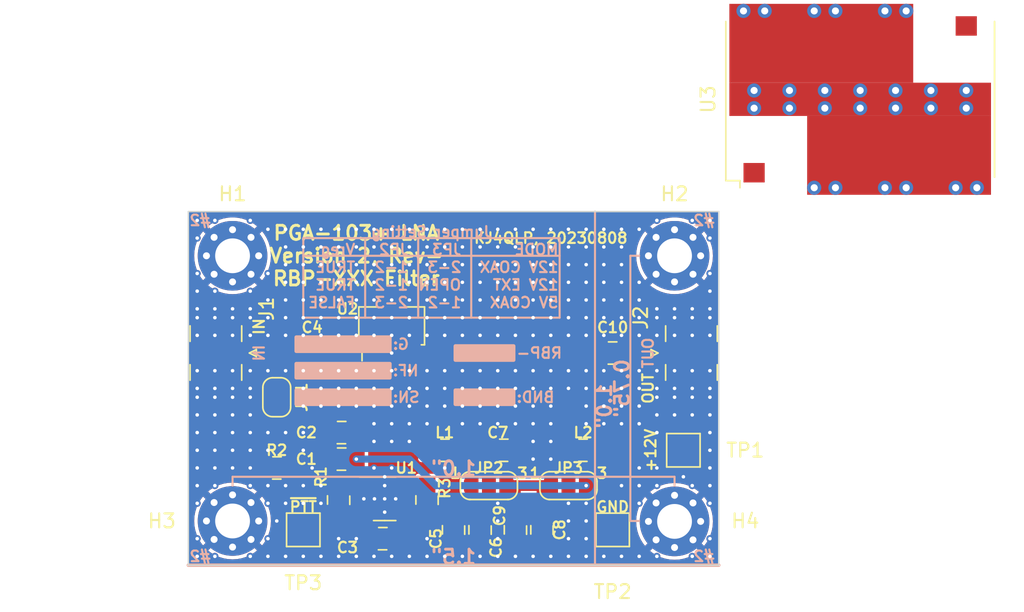
<source format=kicad_pcb>
(kicad_pcb (version 20221018) (generator pcbnew)
  (title_block (title "PGA-103+ Preamplifier, Version 1") (date "2023-08-08") (rev "-") (company "VTGS, GSN-DSA") (comment 1 "Preamplifier for VHF/UHF Satellite Rx") (comment 2 "Minicircuits RBP-XXX Variant") (comment 3 "creativecommons.org/licenses/by/4.0/") (comment 4 "License: CC BY 4.0") (comment 5 "Author: Zach Leffke, KJ4QLP"))
  (layers (0 "F.Cu" signal) (31 "B.Cu" signal) (34 "B.Paste" user) (35 "F.Paste" user) (36 "B.SilkS" user "B.Silkscreen") (37 "F.SilkS" user "F.Silkscreen") (38 "B.Mask" user) (39 "F.Mask" user) (44 "Edge.Cuts" user))
  (net 0 "")
  (net 1 "+12V")
  (net 2 "GND")
  (net 3 "Net-(U1-BP)")
  (net 4 "Net-(C4-Pad2)")
  (net 5 "Net-(J1-In)")
  (net 6 "+5V")
  (net 7 "Net-(JP1-B)")
  (net 8 "Net-(J2-In)")
  (net 9 "Net-(U3-OUT)")
  (net 10 "Net-(JP2-C)")
  (net 11 "Net-(U1-EN)")
  (net 12 "Net-(U1-OUT)")
  (net 13 "Net-(JP2-B)")
  (net 14 "Net-(JP3-C)")
  (net 15 "Net-(U3-IN)")
  (footprint "Jumper:SolderJumper-2_P1.3mm_Open_RoundedPad1.0x1.5mm" (layer "F.Cu") (at 101.6 114.935 -90)
    (fp_text reference "JP1")
    (fp_text value "SJO")
  )
  (footprint "digikey-footprints:0805" (layer "F.Cu") (at 118.745 124.46 90)
    (fp_text reference "C9")
    (fp_text value "0.1uF")
  )
  (footprint "digikey-footprints:0805" (layer "F.Cu") (at 106.045 122.335 -90)
    (fp_text reference "R1")
    (fp_text value "100k")
  )
  (footprint "digikey-footprints:0805" (layer "F.Cu") (at 120.65 124.46 90)
    (fp_text reference "C8")
    (fp_text value "1uF")
  )
  (footprint "digikey-footprints:0805" (layer "F.Cu") (at 106.265 119.38)
    (fp_text reference "C1")
    (fp_text value "1uF")
  )
  (footprint "Jumper:SolderJumper-3_P1.3mm_Open_RoundedPad1.0x1.5mm_NumberLabels" (layer "F.Cu") (at 122.555 121.285)
    (fp_text reference "JP3")
    (fp_text value "bias-tee")
  )
  (footprint "digikey-footprints:0805" (layer "F.Cu") (at 104.14 111.76)
    (fp_text reference "C4")
    (fp_text value "18pF")
  )
  (footprint "MountingHole:MountingHole_2.5mm_Pad_Via" (layer "F.Cu") (at 130.175 104.775)
    (fp_text reference "H2")
    (fp_text value "Hole")
  )
  (footprint "digikey-footprints:0805" (layer "F.Cu") (at 116.205 124.46 90)
    (fp_text reference "C6")
    (fp_text value "0.1uF")
  )
  (footprint "TestPoint:TestPoint_Pad_2.0x2.0mm" (layer "F.Cu") (at 130.81 118.745)
    (fp_text reference "TP1")
    (fp_text value "+12V")
  )
  (footprint "Jumper:SolderJumper-3_P1.3mm_Open_RoundedPad1.0x1.5mm_NumberLabels" (layer "F.Cu") (at 116.84 121.285)
    (fp_text reference "JP2")
    (fp_text value "bias-tee")
  )
  (footprint "Connector_Coaxial:SMA_Samtec_SMA-J-P-X-ST-EM1_EdgeMount" (layer "F.Cu") (at 131.245 111.76 90)
    (fp_text reference "J2")
    (fp_text value "RF_OUT")
  )
  (footprint "Connector_Coaxial:SMA_Samtec_SMA-J-P-X-ST-EM1_EdgeMount" (layer "F.Cu") (at 97.3725 111.76 -90)
    (fp_text reference "J1")
    (fp_text value "RF_IN")
  )
  (footprint "digikey-footprints:0805" (layer "F.Cu") (at 106.265 117.475)
    (fp_text reference "C2")
    (fp_text value "0.1uF")
  )
  (footprint "MountingHole:MountingHole_2.5mm_Pad_Via" (layer "F.Cu") (at 130.175 123.855)
    (fp_text reference "H4")
    (fp_text value "Hole")
  )
  (footprint "digikey-footprints:0805" (layer "F.Cu") (at 125.73 111.76)
    (fp_text reference "C10")
    (fp_text value "18pF")
  )
  (footprint "digikey-footprints:0805" (layer "F.Cu") (at 109.22 125.095)
    (fp_text reference "C3")
    (fp_text value "0.1uF")
  )
  (footprint "digikey-footprints:0805" (layer "F.Cu") (at 113.665 118.745 180)
    (fp_text reference "L1")
    (fp_text value "56nH")
  )
  (footprint "RF_Mini-Circuits:Mini-Circuits_HF1139_LandPatternPL-230" (layer "F.Cu") (at 143.51 93.5355 90)
    (fp_text reference "U3")
    (fp_text value "SXBP-140")
  )
  (footprint "MountingHole:MountingHole_2.5mm_Pad_Via" (layer "F.Cu") (at 98.425 104.775)
    (fp_text reference "H1")
    (fp_text value "Hole")
  )
  (footprint "MountingHole:MountingHole_2.5mm_Pad_Via" (layer "F.Cu") (at 98.425 123.825)
    (fp_text reference "H3")
    (fp_text value "Hole")
  )
  (footprint "digikey-footprints:0805" (layer "F.Cu") (at 114.3 124.46 90)
    (fp_text reference "C5")
    (fp_text value "10uF")
  )
  (footprint "digikey-footprints:0805" (layer "F.Cu") (at 123.605 118.745)
    (fp_text reference "L2")
    (fp_text value "470uH")
  )
  (footprint "digikey-footprints:0805" (layer "F.Cu") (at 112.395 122.335 -90)
    (fp_text reference "R3")
    (fp_text value "0")
  )
  (footprint "Package_TO_SOT_SMD:SOT-23-5" (layer "F.Cu") (at 109.3525 122.235)
    (fp_text reference "U1")
    (fp_text value "SPX3819M5-L-5-0")
  )
  (footprint "digikey-footprints:0805" (layer "F.Cu") (at 101.6 120.015 180)
    (fp_text reference "R2")
    (fp_text value "DNP")
  )
  (footprint "TestPoint:TestPoint_Pad_2.0x2.0mm" (layer "F.Cu") (at 103.505 124.46)
    (fp_text reference "TP3")
    (fp_text value "PTT")
  )
  (footprint "TestPoint:TestPoint_Pad_2.0x2.0mm" (layer "F.Cu") (at 125.73 124.46)
    (fp_text reference "TP2")
    (fp_text value "GND")
  )
  (footprint "Package_TO_SOT_SMD:SOT-89-3" (layer "F.Cu") (at 109.855 109.81 90)
    (fp_text reference "U2")
    (fp_text value "PGA-103")
  )
  (footprint "digikey-footprints:0805" (layer "F.Cu") (at 117.89 118.745 180)
    (fp_text reference "C7")
    (fp_text value "18pF")
  )
  (gr_line (start 103.505 103.505) (end 121.92 103.505) (stroke (width 0.15)) (layer "B.SilkS"))
  (gr_line (start 115.57 103.505) (end 115.57 109.22) (stroke (width 0.15)) (layer "B.SilkS"))
  (gr_line (start 121.92 104.775) (end 103.505 104.775) (stroke (width 0.15)) (layer "B.SilkS"))
  (gr_line (start 121.92 109.22) (end 103.505 109.22) (stroke (width 0.15)) (layer "B.SilkS"))
  (gr_line (start 127 123.825) (end 127.635 123.825) (stroke (width 0.15)) (layer "B.SilkS"))
  (gr_line (start 103.505 109.22) (end 103.505 103.505) (stroke (width 0.15)) (layer "B.SilkS"))
  (gr_line (start 127 104.775) (end 127 123.825) (stroke (width 0.15)) (layer "B.SilkS"))
  (gr_line (start 121.92 103.505) (end 121.92 109.22) (stroke (width 0.15)) (layer "B.SilkS"))
  (gr_line (start 95.25 127) (end 133.35 127) (stroke (width 0.254)) (layer "B.SilkS"))
  (gr_line (start 130.175 120.65) (end 130.175 121.285) (stroke (width 0.15)) (layer "B.SilkS"))
  (gr_line (start 98.425 120.65) (end 98.425 121.285) (stroke (width 0.15)) (layer "B.SilkS"))
  (gr_line (start 98.425 120.65) (end 130.175 120.65) (stroke (width 0.15)) (layer "B.SilkS"))
  (gr_line (start 127.635 104.775) (end 127 104.775) (stroke (width 0.15)) (layer "B.SilkS"))
  (gr_line (start 107.95 103.505) (end 107.95 109.22) (stroke (width 0.15)) (layer "B.SilkS"))
  (gr_line (start 124.46 101.6) (end 124.46 127) (stroke (width 0.15)) (layer "B.SilkS"))
  (gr_line (start 111.76 109.22) (end 111.76 103.505) (stroke (width 0.15)) (layer "B.SilkS"))
  (gr_line (start 133.35 101.6) (end 133.35 127) (stroke (width 0.1)) (layer "Edge.Cuts"))
  (gr_line (start 95.25 101.6) (end 133.35 101.6) (stroke (width 0.1)) (layer "Edge.Cuts"))
  (gr_line (start 95.25 127) (end 95.25 101.6) (stroke (width 0.1)) (layer "Edge.Cuts"))
  (gr_line (start 133.35 127) (end 95.25 127) (stroke (width 0.1)) (layer "Edge.Cuts"))
  (gr_text "TRUE" (at 107.315 106.045) (layer "B.SilkS") (effects (font (size 0.762 0.762) (thickness 0.1524) bold) (justify left bottom mirror)))
  (gr_text "1-2" (at 114.935 108.585) (layer "B.SilkS") (effects (font (size 0.762 0.762) (thickness 0.1524) bold) (justify left bottom mirror)))
  (gr_text "IN" (at 100.33 111.76 90) (layer "B.SilkS") (effects (font (size 0.762 0.762) (thickness 0.1524) bold) (justify mirror)))
  (gr_text "5V COAX" (at 121.92 108.585) (layer "B.SilkS") (effects (font (size 0.762 0.762) (thickness 0.1524) bold) (justify left bottom mirror)))
  (gr_text "1-2" (at 111.125 106.045) (layer "B.SilkS") (effects (font (size 0.762 0.762) (thickness 0.1524) bold) (justify left bottom mirror)))
  (gr_text "2-3" (at 111.125 108.585) (layer "B.SilkS") (effects (font (size 0.762 0.762) (thickness 0.1524) bold) (justify left bottom mirror)))
  (gr_text "Jumper Setting" (at 112.7125 103.505) (layer "B.SilkS") (effects (font (size 0.762 0.762) (thickness 0.1524) bold) (justify bottom mirror)))
  (gr_text "BND:" (at 118.745 114.935) (layer "B.SilkS") (effects (font (size 0.762 0.762) (thickness 0.1524) bold) (justify right mirror)))
  (gr_text "G:" (at 109.855 111.125) (layer "B.SilkS") (effects (font (size 0.762 0.762) (thickness 0.1524) bold) (justify right mirror)))
  (gr_text "JP2" (at 111.125 104.775) (layer "B.SilkS") (effects (font (size 0.762 0.762) (thickness 0.1524) bold) (justify left bottom mirror)))
  (gr_text "0.75{dblquote}" (at 127 114.3 90) (layer "B.SilkS") (effects (font (size 1.016 1.016) (thickness 0.2032) bold) (justify bottom mirror)))
  (gr_text "SN:" (at 109.855 114.935) (layer "B.SilkS") (effects (font (size 0.762 0.762) (thickness 0.1524) bold) (justify right mirror)))
  (gr_text "FALSE" (at 107.315 108.585) (layer "B.SilkS") (effects (font (size 0.762 0.762) (thickness 0.1524) bold) (justify left bottom mirror)))
  (gr_text "1.0{dblquote}" (at 114.3 120.65) (layer "B.SilkS") (effects (font (size 1.016 1.016) (thickness 0.2032) bold) (justify bottom mirror)))
  (gr_text "1.0{dblquote}" (at 125.73 115.57 90) (layer "B.SilkS") (effects (font (size 1.016 1.016) (thickness 0.2032) bold) (justify bottom mirror)))
  (gr_text "MODE" (at 121.92 104.775) (layer "B.SilkS") (effects (font (size 0.762 0.762) (thickness 0.1524) bold) (justify left bottom mirror)))
  (gr_text "1.5{dblquote}" (at 114.3 127) (layer "B.SilkS") (effects (font (size 1.016 1.016) (thickness 0.2032) bold) (justify bottom mirror)))
  (gr_text "12V COAX" (at 121.92 106.045) (layer "B.SilkS") (effects (font (size 0.762 0.762) (thickness 0.1524) bold) (justify left bottom mirror)))
  (gr_text "Vreg" (at 107.315 104.775) (layer "B.SilkS") (effects (font (size 0.762 0.762) (thickness 0.1524) bold) (justify left bottom mirror)))
  (gr_text "NF:" (at 109.855 113.03) (layer "B.SilkS") (effects (font (size 0.762 0.762) (thickness 0.1524) bold) (justify right mirror)))
  (gr_text "#2" (at 131.445 126.365) (layer "B.SilkS") (effects (font (size 0.762 0.762) (thickness 0.1524) bold) (justify right mirror)))
  (gr_text "RBP-" (at 118.745 111.76) (layer "B.SilkS") (effects (font (size 0.762 0.762) (thickness 0.1524) bold) (justify right mirror)))
  (gr_text "#2" (at 95.25 102.235) (layer "B.SilkS") (effects (font (size 0.762 0.762) (thickness 0.1524) bold) (justify right mirror)))
  (gr_text "JP3" (at 114.935 104.775) (layer "B.SilkS") (effects (font (size 0.762 0.762) (thickness 0.1524) bold) (justify left bottom mirror)))
  (gr_text "#2" (at 95.25 126.365) (layer "B.SilkS") (effects (font (size 0.762 0.762) (thickness 0.1524) bold) (justify right mirror)))
  (gr_text "2-3" (at 114.935 106.045) (layer "B.SilkS") (effects (font (size 0.762 0.762) (thickness 0.1524) bold) (justify left bottom mirror)))
  (gr_text "#2" (at 131.445 102.235) (layer "B.SilkS") (effects (font (size 0.762 0.762) (thickness 0.1524) bold) (justify right mirror)))
  (gr_text "OUT" (at 128.27 111.76 90) (layer "B.SilkS") (effects (font (size 0.762 0.762) (thickness 0.1524) bold) (justify mirror)))
  (gr_text "12V EXT" (at 121.92 107.315) (layer "B.SilkS") (effects (font (size 0.762 0.762) (thickness 0.1524) bold) (justify left bottom mirror)))
  (gr_text "OPEN" (at 114.935 107.315) (layer "B.SilkS") (effects (font (size 0.762 0.762) (thickness 0.1524) bold) (justify left bottom mirror)))
  (gr_text "1-2" (at 111.125 107.315) (layer "B.SilkS") (effects (font (size 0.762 0.762) (thickness 0.1524) bold) (justify left bottom mirror)))
  (gr_text "TRUE" (at 107.315 107.315) (layer "B.SilkS") (effects (font (size 0.762 0.762) (thickness 0.1524) bold) (justify left bottom mirror)))
  (gr_text "IN" (at 100.33 109.855 90) (layer "F.SilkS") (effects (font (size 0.762 0.762) (thickness 0.1524) bold)))
  (gr_text "+12V" (at 128.905 118.745 90) (layer "F.SilkS") (effects (font (size 0.762 0.762) (thickness 0.1524) bold) (justify bottom)))
  (gr_text "GND" (at 125.73 123.26) (layer "F.SilkS") (effects (font (size 0.762 0.762) (thickness 0.1524) bold) (justify bottom)))
  (gr_text "KJ4QLP, 20230808" (at 121.285 103.505) (layer "F.SilkS") (effects (font (size 0.762 0.762) (thickness 0.1524) bold)))
  (gr_text "~{PTT}" (at 103.505 123.26) (layer "F.SilkS") (effects (font (size 0.762 0.762) (thickness 0.1524) bold) (justify bottom)))
  (gr_text "PGA-103+ LNA\nVersion 2, Rev-\nRBP-XXX Filter" (at 107.315 104.775) (layer "F.SilkS") (effects (font (size 1.016 1.016) (thickness 0.2032) bold)))
  (gr_text "OUT" (at 128.27 114.3 90) (layer "F.SilkS") (effects (font (size 0.762 0.762) (thickness 0.1524) bold)))
  (segment (start 127.635 118.745) (end 130.81 118.745) (width 0.762) (layer "F.Cu") (net 1))
  (segment (start 123.855 121.285) (end 125.095 121.285) (width 0.762) (layer "F.Cu") (net 1))
  (segment (start 108.215 121.285) (end 107.315 121.285) (width 0.508) (layer "F.Cu") (net 1))
  (segment (start 107.315 117.475) (end 107.315 119.38) (width 0.762) (layer "F.Cu") (net 1))
  (segment (start 125.095 121.285) (end 127.635 118.745) (width 0.762) (layer "F.Cu") (net 1))
  (segment (start 107.315 121.285) (end 106.045 121.285) (width 0.508) (layer "F.Cu") (net 1))
  (segment (start 107.315 119.38) (end 107.315 121.285) (width 0.508) (layer "F.Cu") (net 1))
  (via (at 123.825 121.285) (size 0.508) (drill 0.254) (layers "F.Cu" "B.Cu") (net 1))
  (via (at 107.315 119.38) (size 0.508) (drill 0.254) (layers "F.Cu" "B.Cu") (net 1))
  (segment (start 107.315 119.38) (end 111.125 119.38) (width 0.508) (layer "B.Cu") (net 1))
  (segment (start 113.03 121.285) (end 123.825 121.285) (width 0.508) (layer "B.Cu") (net 1))
  (segment (start 111.125 119.38) (end 113.03 121.285) (width 0.508) (layer "B.Cu") (net 1))
  (via (at 116.205 114.3) (size 0.508) (drill 0.254) (layers "F.Cu" "B.Cu") (net 2))
  (via (at 113.665 114.3) (size 0.508) (drill 0.254) (layers "F.Cu" "B.Cu") (net 2))
  (via (at 120.015 102.87) (size 0.508) (drill 0.254) (layers "F.Cu" "B.Cu") (net 2))
  (via (at 127.635 120.015) (size 0.508) (drill 0.254) (layers "F.Cu" "B.Cu") (net 2))
  (via (at 114.935 115.57) (size 0.508) (drill 0.254) (layers "F.Cu" "B.Cu") (net 2))
  (via (at 131.445 116.205) (size 0.508) (drill 0.254) (layers "F.Cu" "B.Cu") (net 2))
  (via (at 104.775 107.95) (size 0.508) (drill 0.254) (layers "F.Cu" "B.Cu") (net 2))
  (via (at 118.745 126.365) (size 0.508) (drill 0.254) (layers "F.Cu" "B.Cu") (net 2))
  (via (at 99.695 120.015) (size 0.508) (drill 0.254) (layers "F.Cu" "B.Cu") (net 2))
  (via (at 95.885 107.315) (size 0.508) (drill 0.254) (layers "F.Cu" "B.Cu") (net 2))
  (via (at 104.775 102.87) (size 0.508) (drill 0.254) (layers "F.Cu" "B.Cu") (net 2))
  (via (at 107.315 125.095) (size 0.508) (drill 0.254) (layers "F.Cu" "B.Cu") (net 2))
  (via (at 123.825 106.68) (size 0.508) (drill 0.254) (layers "F.Cu" "B.Cu") (net 2))
  (via (at 100.965 107.95) (size 0.508) (drill 0.254) (layers "F.Cu" "B.Cu") (net 2))
  (via (at 102.235 105.41) (size 0.508) (drill 0.254) (layers "F.Cu" "B.Cu") (net 2))
  (via (at 95.885 113.03) (size 0.508) (drill 0.254) (layers "F.Cu" "B.Cu") (net 2))
  (via (at 103.505 117.475) (size 0.508) (drill 0.254) (layers "F.Cu" "B.Cu") (net 2))
  (via (at 121.285 107.95) (size 0.508) (drill 0.254) (layers "F.Cu" "B.Cu") (net 2))
  (via (at 113.665 107.95) (size 0.508) (drill 0.254) (layers "F.Cu" "B.Cu") (net 2))
  (via (at 112.395 125.095) (size 0.508) (drill 0.254) (layers "F.Cu" "B.Cu") (net 2))
  (via (at 109.855 120.015) (size 0.508) (drill 0.254) (layers "F.Cu" "B.Cu") (net 2))
  (via (at 122.555 126.365) (size 0.508) (drill 0.254) (layers "F.Cu" "B.Cu") (net 2))
  (via (at 127.635 126.365) (size 0.508) (drill 0.254) (layers "F.Cu" "B.Cu") (net 2))
  (via (at 118.745 114.3) (size 0.508) (drill 0.254) (layers "F.Cu" "B.Cu") (net 2))
  (via (at 127.635 113.03) (size 0.508) (drill 0.254) (layers "F.Cu" "B.Cu") (net 2))
  (via (at 120.015 110.49) (size 0.508) (drill 0.254) (layers "F.Cu" "B.Cu") (net 2))
  (via (at 128.905 110.49) (size 0.508) (drill 0.254) (layers "F.Cu" "B.Cu") (net 2))
  (via (at 117.475 110.49) (size 0.508) (drill 0.254) (layers "F.Cu" "B.Cu") (net 2))
  (via (at 116.205 102.87) (size 0.508) (drill 0.254) (layers "F.Cu" "B.Cu") (net 2))
  (via (at 120.015 109.22) (size 0.508) (drill 0.254) (layers "F.Cu" "B.Cu") (net 2))
  (via (at 122.555 114.3) (size 0.508) (drill 0.254) (layers "F.Cu" "B.Cu") (net 2))
  (via (at 122.555 125.095) (size 0.508) (drill 0.254) (layers "F.Cu" "B.Cu") (net 2))
  (via (at 99.695 114.3) (size 0.508) (drill 0.254) (layers "F.Cu" "B.Cu") (net 2))
  (via (at 116.205 105.41) (size 0.508) (drill 0.254) (layers "F.Cu" "B.Cu") (net 2))
  (via (at 107.857 122.235) (size 0.508) (drill 0.254) (layers "F.Cu" "B.Cu") (net 2))
  (via (at 125.095 104.14) (size 0.508) (drill 0.254) (layers "F.Cu" "B.Cu") (net 2))
  (via (at 114.935 104.14) (size 0.508) (drill 0.254) (layers "F.Cu" "B.Cu") (net 2))
  (via (at 122.555 107.95) (size 0.508) (drill 0.254) (layers "F.Cu" "B.Cu") (net 2))
  (via (at 100.965 109.22) (size 0.508) (drill 0.254) (layers "F.Cu" "B.Cu") (net 2))
  (via (at 98.425 120.015) (size 0.508) (drill 0.254) (layers "F.Cu" "B.Cu") (net 2))
  (via (at 114.935 114.3) (size 0.508) (drill 0.254) (layers "F.Cu" "B.Cu") (net 2))
  (via (at 131.445 109.22) (size 0.508) (drill 0.254) (layers "F.Cu" "B.Cu") (net 2))
  (via (at 127.635 109.22) (size 0.508) (drill 0.254) (layers "F.Cu" "B.Cu") (net 2))
  (via (at 95.885 120.015) (size 0.508) (drill 0.254) (layers "F.Cu" "B.Cu") (net 2))
  (via (at 102.235 102.87) (size 0.508) (drill 0.254) (layers "F.Cu" "B.Cu") (net 2))
  (via (at 113.665 102.87) (size 0.508) (drill 0.254) (layers "F.Cu" "B.Cu") (net 2))
  (via (at 121.285 116.84) (size 0.508) (drill 0.254) (layers "F.Cu" "B.Cu") (net 2))
  (via (at 103.505 114.3) (size 0.508) (drill 0.254) (layers "F.Cu" "B.Cu") (net 2))
  (via (at 108.585 109.22) (size 0.508) (drill 0.254) (layers "F.Cu" "B.Cu") (net 2))
  (via (at 123.825 107.95) (size 0.508) (drill 0.254) (layers "F.Cu" "B.Cu") (net 2))
  (via (at 97.155 120.015) (size 0.508) (drill 0.254) (layers "F.Cu" "B.Cu") (net 2))
  (via (at 106.045 106.68) (size 0.508) (drill 0.254) (layers "F.Cu" "B.Cu") (net 2))
  (via (at 131.445 114.3) (size 0.508) (drill 0.254) (layers "F.Cu" "B.Cu") (net 2))
  (via (at 100.965 121.285) (size 0.508) (drill 0.254) (layers "F.Cu" "B.Cu") (net 2))
  (via (at 130.175 109.22) (size 0.508) (drill 0.254) (layers "F.Cu" "B.Cu") (net 2))
  (via (at 116.205 116.84) (size 0.508) (drill 0.254) (layers "F.Cu" "B.Cu") (net 2))
  (via (at 125.095 113.03) (size 0.508) (drill 0.254) (layers "F.Cu" "B.Cu") (net 2))
  (via (at 104.775 104.14) (size 0.508) (drill 0.254) (layers "F.Cu" "B.Cu") (net 2))
  (via (at 116.205 107.95) (size 0.508) (drill 0.254) (layers "F.Cu" "B.Cu") (net 2))
  (via (at 122.555 109.22) (size 0.508) (drill 0.254) (layers "F.Cu" "B.Cu") (net 2))
  (via (at 108.585 104.14) (size 0.508) (drill 0.254) (layers "F.Cu" "B.Cu") (net 2))
  (via (at 99.695 110.49) (size 0.508) (drill 0.254) (layers "F.Cu" "B.Cu") (net 2))
  (via (at 103.505 110.49) (size 0.508) (drill 0.254) (layers "F.Cu" "B.Cu") (net 2))
  (via (at 126.365 121.285) (size 0.508) (drill 0.254) (layers "F.Cu" "B.Cu") (net 2))
  (via (at 122.555 113.03) (size 0.508) (drill 0.254) (layers "F.Cu" "B.Cu") (net 2))
  (via (at 117.475 104.14) (size 0.508) (drill 0.254) (layers "F.Cu" "B.Cu") (net 2))
  (via (at 102.235 107.95) (size 0.508) (drill 0.254) (layers "F.Cu" "B.Cu") (net 2))
  (via (at 116.205 104.14) (size 0.508) (drill 0.254) (layers "F.Cu" "B.Cu") (net 2))
  (via (at 126.365 115.57) (size 0.508) (drill 0.254) (layers "F.Cu" "B.Cu") (net 2))
  (via (at 122.555 123.825) (size 0.508) (drill 0.254) (layers "F.Cu" "B.Cu") (net 2))
  (via (at 127.635 116.84) (size 0.508) (drill 0.254) (layers "F.Cu" "B.Cu") (net 2))
  (via (at 127.635 115.57) (size 0.508) (drill 0.254) (layers "F.Cu" "B.Cu") (net 2))
  (via (at 98.425 114.3) (size 0.508) (drill 0.254) (layers "F.Cu" "B.Cu") (net 2))
  (via (at 111.125 106.68) (size 0.508) (drill 0.254) (layers "F.Cu" "B.Cu") (net 2))
  (via (at 97.155 118.745) (size 0.508) (drill 0.254) (layers "F.Cu" "B.Cu") (net 2))
  (via (at 111.125 102.87) (size 0.508) (drill 0.254) (layers "F.Cu" "B.Cu") (net 2))
  (via (at 121.285 114.3) (size 0.508) (drill 0.254) (layers "F.Cu" "B.Cu") (net 2))
  (via (at 123.825 113.03) (size 0.508) (drill 0.254) (layers "F.Cu" "B.Cu") (net 2))
  (via (at 126.365 102.87) (size 0.508) (drill 0.254) (layers "F.Cu" "B.Cu") (net 2))
  (via (at 97.155 121.285) (size 0.508) (drill 0.254) (layers "F.Cu" "B.Cu") (net 2))
  (via (at 97.155 113.03) (size 0.508) (drill 0.254) (layers "F.Cu" "B.Cu") (net 2))
  (via (at 102.235 113.03) (size 0.508) (drill 0.254) (layers "F.Cu" "B.Cu") (net 2))
  (via (at 111.125 113.03) (size 0.508) (drill 0.254) (layers "F.Cu" "B.Cu") (net 2))
  (via (at 117.475 109.22) (size 0.508) (drill 0.254) (layers "F.Cu" "B.Cu") (net 2))
  (via (at 128.905 102.235) (size 0.508) (drill 0.254) (layers "F.Cu" "B.Cu") (net 2))
  (via (at 109.3525 120.65) (size 0.508) (drill 0.254) (layers "F.Cu" "B.Cu") (net 2))
  (via (at 97.155 102.235) (size 0.508) (drill 0.254) (layers "F.Cu" "B.Cu") (net 2))
  (via (at 131.445 113.03) (size 0.508) (drill 0.254) (layers "F.Cu" "B.Cu") (net 2))
  (via (at 104.775 122.555) (size 0.508) (drill 0.254) (layers "F.Cu" "B.Cu") (net 2))
  (via (at 117.475 105.41) (size 0.508) (drill 0.254) (layers "F.Cu" "B.Cu") (net 2))
  (via (at 117.475 116.84) (size 0.508) (drill 0.254) (layers "F.Cu" "B.Cu") (net 2))
  (via (at 109.3525 121.285) (size 0.508) (drill 0.254) (layers "F.Cu" "B.Cu") (net 2))
  (via (at 99.695 109.22) (size 0.508) (drill 0.254) (layers "F.Cu" "B.Cu") (net 2))
  (via (at 114.935 107.95) (size 0.508) (drill 0.254) (layers "F.Cu" "B.Cu") (net 2))
  (via (at 111.125 110.49) (size 0.508) (drill 0.254) (layers "F.Cu" "B.Cu") (net 2))
  (via (at 120.015 114.3) (size 0.508) (drill 0.254) (layers "F.Cu" "B.Cu") (net 2))
  (via (at 99.695 126.365) (size 0.508) (drill 0.254) (layers "F.Cu" "B.Cu") (net 2))
  (via (at 114.935 126.365) (size 0.508) (drill 0.254) (layers "F.Cu" "B.Cu") (net 2))
  (via (at 130.175 110.49) (size 0.508) (drill 0.254) (layers "F.Cu" "B.Cu") (net 2))
  (via (at 104.775 106.68) (size 0.508) (drill 0.254) (layers "F.Cu" "B.Cu") (net 2))
  (via (at 103.505 121.285) (size 0.508) (drill 0.254) (layers "F.Cu" "B.Cu") (net 2))
  (via (at 132.715 108.585) (size 0.508) (drill 0.254) (layers "F.Cu" "B.Cu") (net 2))
  (via (at 99.695 118.745) (size 0.508) (drill 0.254) (layers "F.Cu" "B.Cu") (net 2))
  (via (at 132.715 113.03) (size 0.508) (drill 0.254) (layers "F.Cu" "B.Cu") (net 2))
  (via (at 125.095 126.365) (size 0.508) (drill 0.254) (layers "F.Cu" "B.Cu") (net 2))
  (via (at 125.095 109.22) (size 0.508) (drill 0.254) (layers "F.Cu" "B.Cu") (net 2))
  (via (at 95.885 116.205) (size 0.508) (drill 0.254) (layers "F.Cu" "B.Cu") (net 2))
  (via (at 112.395 102.87) (size 0.508) (drill 0.254) (layers "F.Cu" "B.Cu") (net 2))
  (via (at 121.285 119.38) (size 0.508) (drill 0.254) (layers "F.Cu" "B.Cu") (net 2))
  (via (at 109.855 111.76) (size 0.508) (drill 0.254) (layers "F.Cu" "B.Cu") (net 2))
  (via (at 117.475 126.365) (size 0.508) (drill 0.254) (layers "F.Cu" "B.Cu") (net 2))
  (via (at 123.825 104.14) (size 0.508) (drill 0.254) (layers "F.Cu" "B.Cu") (net 2))
  (via (at 122.555 104.14) (size 0.508) (drill 0.254) (layers "F.Cu" "B.Cu") (net 2))
  (via (at 103.505 115.57) (size 0.508) (drill 0.254) (layers "F.Cu" "B.Cu") (net 2))
  (via (at 132.715 110.49) (size 0.508) (drill 0.254) (layers "F.Cu" "B.Cu") (net 2))
  (via (at 104.14 120.015) (size 0.508) (drill 0.254) (layers "F.Cu" "B.Cu") (net 2))
  (via (at 108.619 122.235) (size 0.508) (drill 0.254) (layers "F.Cu" "B.Cu") (net 2))
  (via (at 97.155 114.3) (size 0.508) (drill 0.254) (layers "F.Cu" "B.Cu") (net 2))
  (via (at 120.015 115.57) (size 0.508) (drill 0.254) (layers "F.Cu" "B.Cu") (net 2))
  (via (at 132.715 106.045) (size 0.508) (drill 0.254) (layers "F.Cu" "B.Cu") (net 2))
  (via (at 122.555 110.49) (size 0.508) (drill 0.254) (layers "F.Cu" "B.Cu") (net 2))
  (via (at 118.745 115.57) (size 0.508) (drill 0.254) (layers "F.Cu" "B.Cu") (net 2))
  (via (at 109.855 102.87) (size 0.508) (drill 0.254) (layers "F.Cu" "B.Cu") (net 2))
  (via (at 121.285 118.11) (size 0.508) (drill 0.254) (layers "F.Cu" "B.Cu") (net 2))
  (via (at 128.905 116.205) (size 0.508) (drill 0.254) (layers "F.Cu" "B.Cu") (net 2))
  (via (at 123.825 122.555) (size 0.508) (drill 0.254) (layers "F.Cu" "B.Cu") (net 2))
  (via (at 126.365 105.41) (size 0.508) (drill 0.254) (layers "F.Cu" "B.Cu") (net 2))
  (via (at 107.315 126.365) (size 0.508) (drill 0.254) (layers "F.Cu" "B.Cu") (net 2))
  (via (at 126.365 106.68) (size 0.508) (drill 0.254) (layers "F.Cu" "B.Cu") (net 2))
  (via (at 100.965 118.745) (size 0.508) (drill 0.254) (layers "F.Cu" "B.Cu") (net 2))
  (via (at 114.935 113.03) (size 0.508) (drill 0.254) (layers "F.Cu" "B.Cu") (net 2))
  (via (at 98.425 117.475) (size 0.508) (drill 0.254) (layers "F.Cu" "B.Cu") (net 2))
  (via (at 102.235 126.365) (size 0.508) (drill 0.254) (layers "F.Cu" "B.Cu") (net 2))
  (via (at 132.715 114.935) (size 0.508) (drill 0.254) (layers "F.Cu" "B.Cu") (net 2))
  (via (at 116.205 115.57) (size 0.508) (drill 0.254) (layers "F.Cu" "B.Cu") (net 2))
  (via (at 95.885 110.49) (size 0.508) (drill 0.254) (layers "F.Cu" "B.Cu") (net 2))
  (via (at 117.475 115.57) (size 0.508) (drill 0.254) (layers "F.Cu" "B.Cu") (net 2))
  (via (at 107.315 102.87) (size 0.508) (drill 0.254) (layers "F.Cu" "B.Cu") (net 2))
  (via (at 128.905 121.285) (size 0.508) (drill 0.254) (layers "F.Cu" "B.Cu") (net 2))
  (via (at 102.235 121.285) (size 0.508) (drill 0.254) (layers "F.Cu" "B.Cu") (net 2))
  (via (at 126.365 109.22) (size 0.508) (drill 0.254) (layers "F.Cu" "B.Cu") (net 2))
  (via (at 100.965 126.365) (size 0.508) (drill 0.254) (layers "F.Cu" "B.Cu") (net 2))
  (via (at 108.585 116.84) (size 0.508) (drill 0.254) (layers "F.Cu" "B.Cu") (net 2))
  (via (at 95.885 118.745) (size 0.508) (drill 0.254) (layers "F.Cu" "B.Cu") (net 2))
  (via (at 116.205 113.03) (size 0.508) (drill 0.254) (layers "F.Cu" "B.Cu") (net 2))
  (via (at 123.825 102.87) (size 0.508) (drill 0.254) (layers "F.Cu" "B.Cu") (net 2))
  (via (at 123.825 123.825) (size 0.508) (drill 0.254) (layers "F.Cu" "B.Cu") (net 2))
  (via (at 106.045 115.57) (size 0.508) (drill 0.254) (layers "F.Cu" "B.Cu") (net 2))
  (via (at 97.155 107.315) (size 0.508) (drill 0.254) (layers "F.Cu" "B.Cu") (net 2))
  (via (at 120.015 105.41) (size 0.508) (drill 0.254) (layers "F.Cu" "B.Cu") (net 2))
  (via (at 117.475 113.03) (size 0.508) (drill 0.254) (layers "F.Cu" "B.Cu") (net 2))
  (via (at 103.505 107.95) (size 0.508) (drill 0.254) (layers "F.Cu" "B.Cu") (net 2))
  (via (at 106.045 105.41) (size 0.508) (drill 0.254) (layers "F.Cu" "B.Cu") (net 2))
  (via (at 107.315 105.41) (size 0.508) (drill 0.254) (layers "F.Cu" "B.Cu") (net 2))
  (via (at 111.125 118.11) (size 0.508) (drill 0.254) (layers "F.Cu" "B.Cu") (net 2))
  (via (at 132.715 107.315) (size 0.508) (drill 0.254) (layers "F.Cu" "B.Cu") (net 2))
  (via (at 99.695 114.935) (size 0.508) (drill 0.254) (layers "F.Cu" "B.Cu") (net 2))
  (via (at 98.425 118.745) (size 0.508) (drill 0.254) (layers "F.Cu" "B.Cu") (net 2))
  (via (at 106.045 104.14) (size 0.508) (drill 0.254) (layers "F.Cu" "B.Cu") (net 2))
  (via (at 107.315 110.49) (size 0.508) (drill 0.254) (layers "F.Cu" "B.Cu") (net 2))
  (via (at 114.935 105.41) (size 0.508) (drill 0.254) (layers "F.Cu" "B.Cu") (net 2))
  (via (at 122.555 102.87) (size 0.508) (drill 0.254) (layers "F.Cu" "B.Cu") (net 2))
  (via (at 100.965 110.49) (size 0.508) (drill 0.254) (layers "F.Cu" "B.Cu") (net 2))
  (via (at 113.665 110.49) (size 0.508) (drill 0.254) (layers "F.Cu" "B.Cu") (net 2))
  (via (at 116.205 110.49) (size 0.508) (drill 0.254) (layers "F.Cu" "B.Cu") (net 2))
  (via (at 107.315 107.95) (size 0.508) (drill 0.254) (layers "F.Cu" "B.Cu") (net 2))
  (via (at 104.775 110.49) (size 0.508) (drill 0.254) (layers "F.Cu" "B.Cu") (net 2))
  (via (at 103.505 102.87) (size 0.508) (drill 0.254) (layers "F.Cu" "B.Cu") (net 2))
  (via (at 132.715 116.205) (size 0.508) (drill 0.254) (layers "F.Cu" "B.Cu") (net 2))
  (via (at 128.905 117.475) (size 0.508) (drill 0.254) (layers "F.Cu" "B.Cu") (net 2))
  (via (at 126.365 104.14) (size 0.508) (drill 0.254) (layers "F.Cu" "B.Cu") (net 2))
  (via (at 99.695 117.475) (size 0.508) (drill 0.254) (layers "F.Cu" "B.Cu") (net 2))
  (via (at 109.855 126.365) (size 0.508) (drill 0.254) (layers "F.Cu" "B.Cu") (net 2))
  (via (at 95.885 114.935) (size 0.508) (drill 0.254) (layers "F.Cu" "B.Cu") (net 2))
  (via (at 127.635 114.3) (size 0.508) (drill 0.254) (layers "F.Cu" "B.Cu") (net 2))
  (via (at 132.715 109.22) (size 0.508) (drill 0.254) (layers "F.Cu" "B.Cu") (net 2))
  (via (at 118.745 113.03) (size 0.508) (drill 0.254) (layers "F.Cu" "B.Cu") (net 2))
  (via (at 99.695 113.03) (size 0.508) (drill 0.254) (layers "F.Cu" "B.Cu") (net 2))
  (via (at 100.965 102.87) (size 0.508) (drill 0.254) (layers "F.Cu" "B.Cu") (net 2))
  (via (at 122.555 106.68) (size 0.508) (drill 0.254) (layers "F.Cu" "B.Cu") (net 2))
  (via (at 111.125 114.3) (size 0.508) (drill 0.254) (layers "F.Cu" "B.Cu") (net 2))
  (via (at 97.155 116.205) (size 0.508) (drill 0.254) (layers "F.Cu" "B.Cu") (net 2))
  (via (at 95.885 109.22) (size 0.508) (drill 0.254) (layers "F.Cu" "B.Cu") (net 2))
  (via (at 127.635 122.555) (size 0.508) (drill 0.254) (layers "F.Cu" "B.Cu") (net 2))
  (via (at 125.095 116.84) (size 0.508) (drill 0.254) (layers "F.Cu" "B.Cu") (net 2))
  (via (at 109.855 115.57) (size 0.508) (drill 0.254) (layers "F.Cu" "B.Cu") (net 2))
  (via (at 123.825 125.095) (size 0.508) (drill 0.254) (layers "F.Cu" "B.Cu") (net 2))
  (via (at 102.235 109.22) (size 0.508) (drill 0.254) (layers "F.Cu" "B.Cu") (net 2))
  (via (at 97.155 117.475) (size 0.508) (drill 0.254) (layers "F.Cu" "B.Cu") (net 2))
  (via (at 95.885 121.285) (size 0.508) (drill 0.254) (layers "F.Cu" "B.Cu") (net 2))
  (via (at 114.935 102.87) (size 0.508) (drill 0.254) (layers "F.Cu" "B.Cu") (net 2))
  (via (at 103.505 126.365) (size 0.508) (drill 0.254) (layers "F.Cu" "B.Cu") (net 2))
  (via (at 120.015 107.95) (size 0.508) (drill 0.254) (layers "F.Cu" "B.Cu") (net 2))
  (via (at 113.665 105.41) (size 0.508) (drill 0.254) (layers "F.Cu" "B.Cu") (net 2))
  (via (at 100.965 117.475) (size 0.508) (drill 0.254) (layers "F.Cu" "B.Cu") (net 2))
  (via (at 128.905 120.015) (size 0.508) (drill 0.254) (layers "F.Cu" "B.Cu") (net 2))
  (via (at 107.315 109.22) (size 0.508) (drill 0.254) (layers "F.Cu" "B.Cu") (net 2))
  (via (at 132.715 102.235) (size 0.508) (drill 0.254) (layers "F.Cu" "B.Cu") (net 2))
  (via (at 128.905 113.03) (size 0.508) (drill 0.254) (layers "F.Cu" "B.Cu") (net 2))
  (via (at 121.285 126.365) (size 0.508) (drill 0.254) (layers "F.Cu" "B.Cu") (net 2))
  (via (at 121.285 110.49) (size 0.508) (drill 0.254) (layers "F.Cu" "B.Cu") (net 2))
  (via (at 120.015 116.84) (size 0.508) (drill 0.254) (layers "F.Cu" "B.Cu") (net 2))
  (via (at 126.365 126.365) (size 0.508) (drill 0.254) (layers "F.Cu" "B.Cu") (net 2))
  (via (at 100.965 125.095) (size 0.508) (drill 0.254) (layers "F.Cu" "B.Cu") (net 2))
  (via (at 126.365 114.3) (size 0.508) (drill 0.254) (layers "F.Cu" "B.Cu") (net 2))
  (via (at 125.095 102.87) (size 0.508) (drill 0.254) (layers "F.Cu" "B.Cu") (net 2))
  (via (at 97.155 110.49) (size 0.508) (drill 0.254) (layers "F.Cu" "B.Cu") (net 2))
  (via (at 113.665 120.015) (size 0.508) (drill 0.254) (layers "F.Cu" "B.Cu") (net 2))
  (via (at 104.775 113.03) (size 0.508) (drill 0.254) (layers "F.Cu" "B.Cu") (net 2))
  (via (at 98.425 108.585) (size 0.508) (drill 0.254) (layers "F.Cu" "B.Cu") (net 2))
  (via (at 127.635 107.95) (size 0.508) (drill 0.254) (layers "F.Cu" "B.Cu") (net 2))
  (via (at 125.095 107.95) (size 0.508) (drill 0.254) (layers "F.Cu" "B.Cu") (net 2))
  (via (at 102.235 106.68) (size 0.508) (drill 0.254) (layers "F.Cu" "B.Cu") (net 2))
  (via (at 102.235 104.14) (size 0.508) (drill 0.254) (layers "F.Cu" "B.Cu") (net 2))
  (via (at 110.143 122.235) (size 0.508) (drill 0.254) (layers "F.Cu" "B.Cu") (net 2))
  (via (at 104.775 115.57) (size 0.508) (drill 0.254) (layers "F.Cu" "B.Cu") (net 2))
  (via (at 97.155 126.365) (size 0.508) (drill 0.254) (layers "F.Cu" "B.Cu") (net 2))
  (via (at 95.885 117.475) (size 0.508) (drill 0.254) (layers "F.Cu" "B.Cu") (net 2))
  (via (at 122.555 105.41) (size 0.508) (drill 0.254) (layers "F.Cu" "B.Cu") (net 2))
  (via (at 97.155 114.935) (size 0.508) (drill 0.254) (layers "F.Cu" "B.Cu") (net 2))
  (via (at 95.885 114.3) (size 0.508) (drill 0.254) (layers "F.Cu" "B.Cu") (net 2))
  (via (at 128.905 126.365) (size 0.508) (drill 0.254) (layers "F.Cu" "B.Cu") (net 2))
  (via (at 111.125 114.3) (size 0.508) (drill 0.254) (layers "F.Cu" "B.Cu") (net 2))
  (via (at 112.395 106.68) (size 0.508) (drill 0.254) (layers "F.Cu" "B.Cu") (net 2))
  (via (at 113.665 126.365) (size 0.508) (drill 0.254) (layers "F.Cu" "B.Cu") (net 2))
  (via (at 112.395 107.95) (size 0.508) (drill 0.254) (layers "F.Cu" "B.Cu") (net 2))
  (via (at 130.175 108.585) (size 0.508) (drill 0.254) (layers "F.Cu" "B.Cu") (net 2))
  (via (at 107.315 115.57) (size 0.508) (drill 0.254) (layers "F.Cu" "B.Cu") (net 2))
  (via (at 112.395 113.03) (size 0.508) (drill 0.254) (layers "F.Cu" "B.Cu") (net 2))
  (via (at 118.745 105.41) (size 0.508) (drill 0.254) (layers "F.Cu" "B.Cu") (net 2))
  (via (at 98.425 114.935) (size 0.508) (drill 0.254) (layers "F.Cu" "B.Cu") (net 2))
  (via (at 112.395 105.41) (size 0.508) (drill 0.254) (layers "F.Cu" "B.Cu") (net 2))
  (via (at 111.125 115.57) (size 0.508) (drill 0.254) (layers "F.Cu" "B.Cu") (net 2))
  (via (at 116.205 106.68) (size 0.508) (drill 0.254) (layers "F.Cu" "B.Cu") (net 2))
  (via (at 130.175 116.205) (size 0.508) (drill 0.254) (layers "F.Cu" "B.Cu") (net 2))
  (via (at 103.505 106.68) (size 0.508) (drill 0.254) (layers "F.Cu" "B.Cu") (net 2))
  (via (at 108.585 120.015) (size 0.508) (drill 0.254) (layers "F.Cu" "B.Cu") (net 2))
  (via (at 108.585 114.3) (size 0.508) (drill 0.254) (layers "F.Cu" "B.Cu") (net 2))
  (via (at 117.475 107.95) (size 0.508) (drill 0.254) (layers "F.Cu" "B.Cu") (net 2))
  (via (at 122.555 122.555) (size 0.508) (drill 0.254) (layers "F.Cu" "B.Cu") (net 2))
  (via (at 117.475 102.87) (size 0.508) (drill 0.254) (layers "F.Cu" "B.Cu") (net 2))
  (via (at 106.045 114.3) (size 0.508) (drill 0.254) (layers "F.Cu" "B.Cu") (net 2))
  (via (at 131.445 108.585) (size 0.508) (drill 0.254) (layers "F.Cu" "B.Cu") (net 2))
  (via (at 99.695 121.285) (size 0.508) (drill 0.254) (layers "F.Cu" "B.Cu") (net 2))
  (via (at 104.775 105.41) (size 0.508) (drill 0.254) (layers "F.Cu" "B.Cu") (net 2))
  (via (at 111.125 104.14) (size 0.508) (drill 0.254) (layers "F.Cu" "B.Cu") (net 2))
  (via (at 120.015 118.11) (size 0.508) (drill 0.254) (layers "F.Cu" "B.Cu") (net 2))
  (via (at 125.095 105.41) (size 0.508) (drill 0.254) (layers "F.Cu" "B.Cu") (net 2))
  (via (at 127.635 110.49) (size 0.508) (drill 0.254) (layers "F.Cu" "B.Cu") (net 2))
  (via (at 113.665 106.68) (size 0.508) (drill 0.254) (layers "F.Cu" "B.Cu") (net 2))
  (via (at 117.475 125.095) (size 0.508) (drill 0.254) (layers "F.Cu" "B.Cu") (net 2))
  (via (at 120.015 119.38) (size 0.508) (drill 0.254) (layers "F.Cu" "B.Cu") (net 2))
  (via (at 123.825 126.365) (size 0.508) (drill 0.254) (layers "F.Cu" "B.Cu") (net 2))
  (via (at 109.855 105.41) (size 0.508) (drill 0.254) (layers "F.Cu" "B.Cu") (net 2))
  (via (at 103.505 104.14) (size 0.508) (drill 0.254) (layers "F.Cu" "B.Cu") (net 2))
  (via (at 121.285 104.14) (size 0.508) (drill 0.254) (layers "F.Cu" "B.Cu") (net 2))
  (via (at 118.745 106.68) (size 0.508) (drill 0.254) (layers "F.Cu" "B.Cu") (net 2))
  (via (at 111.125 105.41) (size 0.508) (drill 0.254) (layers "F.Cu" "B.Cu") (net 2))
  (via (at 99.695 107.315) (size 0.508) (drill 0.254) (layers "F.Cu" "B.Cu") (net 2))
  (via (at 123.825 115.57) (size 0.508) (drill 0.254) (layers "F.Cu" "B.Cu") (net 2))
  (via (at 111.125 109.22) (size 0.508) (drill 0.254) (layers "F.Cu" "B.Cu") (net 2))
  (via (at 126.365 107.95) (size 0.508) (drill 0.254) (layers "F.Cu" "B.Cu") (net 2))
  (via (at 95.885 103.505) (size 0.508) (drill 0.254) (layers "F.Cu" "B.Cu") (net 2))
  (via (at 112.395 116.84) (size 0.508) (drill 0.254) (layers "F.Cu" "B.Cu") (net 2))
  (via (at 104.775 109.22) (size 0.508) (drill 0.254) (layers "F.Cu" "B.Cu") (net 2))
  (via (at 132.715 122.555) (size 0.508) (drill 0.254) (layers "F.Cu" "B.Cu") (net 2))
  (via (at 118.745 109.22) (size 0.508) (drill 0.254) (layers "F.Cu" "B.Cu") (net 2))
  (via (at 128.905 108.585) (size 0.508) (drill 0.254) (layers "F.Cu" "B.Cu") (net 2))
  (via (at 99.695 108.585) (size 0.508) (drill 0.254) (layers "F.Cu" "B.Cu") (net 2))
  (via (at 118.745 102.87) (size 0.508) (drill 0.254) (layers "F.Cu" "B.Cu") (net 2))
  (via (at 111.125 126.365) (size 0.508) (drill 0.254) (layers "F.Cu" "B.Cu") (net 2))
  (via (at 125.095 110.49) (size 0.508) (drill 0.254) (layers "F.Cu" "B.Cu") (net 2))
  (via (at 104.775 121.285) (size 0.508) (drill 0.254) (layers "F.Cu" "B.Cu") (net 2))
  (via (at 114.935 109.22) (size 0.508) (drill 0.254) (layers "F.Cu" "B.Cu") (net 2))
  (via (at 99.695 116.205) (size 0.508) (drill 0.254) (layers "F.Cu" "B.Cu") (net 2))
  (via (at 131.445 114.935) (size 0.508) (drill 0.254) (layers "F.Cu" "B.Cu") (net 2))
  (via (at 104.775 114.3) (size 0.508) (drill 0.254) (layers "F.Cu" "B.Cu") (net 2))
  (via (at 127.635 121.285) (size 0.508) (drill 0.254) (layers "F.Cu" "B.Cu") (net 2))
  (via (at 112.395 114.3) (size 0.508) (drill 0.254) (layers "F.Cu" "B.Cu") (net 2))
  (via (at 108.585 107.95) (size 0.508) (drill 0.254) (layers "F.Cu" "B.Cu") (net 2))
  (via (at 121.285 115.57) (size 0.508) (drill 0.254) (layers "F.Cu" "B.Cu") (net 2))
  (via (at 102.235 110.49) (size 0.508) (drill 0.254) (layers "F.Cu" "B.Cu") (net 2))
  (via (at 108.585 110.49) (size 0.508) (drill 0.254) (layers "F.Cu" "B.Cu") (net 2))
  (via (at 101.6 123.825) (size 0.508) (drill 0.254) (layers "F.Cu" "B.Cu") (net 2))
  (via (at 109.3525 123.19) (size 0.508) (drill 0.254) (layers "F.Cu" "B.Cu") (net 2))
  (via (at 102.235 122.555) (size 0.508) (drill 0.254) (layers "F.Cu" "B.Cu") (net 2))
  (via (at 112.395 115.57) (size 0.508) (drill 0.254) (layers "F.Cu" "B.Cu") (net 2))
  (via (at 114.935 106.68) (size 0.508) (drill 0.254) (layers "F.Cu" "B.Cu") (net 2))
  (via (at 130.175 113.03) (size 0.508) (drill 0.254) (layers "F.Cu" "B.Cu") (net 2))
  (via (at 125.095 114.3) (size 0.508) (drill 0.254) (layers "F.Cu" "B.Cu") (net 2))
  (via (at 108.585 115.57) (size 0.508) (drill 0.254) (layers "F.Cu" "B.Cu") (net 2))
  (via (at 100.965 113.03) (size 0.508) (drill 0.254) (layers "F.Cu" "B.Cu") (net 2))
  (via (at 132.715 103.505) (size 0.508) (drill 0.254) (layers "F.Cu" "B.Cu") (net 2))
  (via (at 132.715 126.365) (size 0.508) (drill 0.254) (layers "F.Cu" "B.Cu") (net 2))
  (via (at 100.965 106.045) (size 0.508) (drill 0.254) (layers "F.Cu" "B.Cu") (net 2))
  (via (at 123.825 114.3) (size 0.508) (drill 0.254) (layers "F.Cu" "B.Cu") (net 2))
  (via (at 128.905 114.3) (size 0.508) (drill 0.254) (layers "F.Cu" "B.Cu") (net 2))
  (via (at 106.045 109.22) (size 0.508) (drill 0.254) (layers "F.Cu" "B.Cu") (net 2))
  (via (at 127.635 102.87) (size 0.508) (drill 0.254) (layers "F.Cu" "B.Cu") (net 2))
  (via (at 131.445 102.235) (size 0.508) (drill 0.254) (layers "F.Cu" "B.Cu") (net 2))
  (via (at 102.235 117.475) (size 0.508) (drill 0.254) (layers "F.Cu" "B.Cu") (net 2))
  (via (at 127.635 106.68) (size 0.508) (drill 0.254) (layers "F.Cu" "B.Cu") (net 2))
  (via (at 112.395 126.365) (size 0.508) (drill 0.254) (layers "F.Cu" "B.Cu") (net 2))
  (via (at 131.445 121.285) (size 0.508) (drill 0.254) (layers "F.Cu" "B.Cu") (net 2))
  (via (at 103.505 109.22) (size 0.508) (drill 0.254) (layers "F.Cu" "B.Cu") (net 2))
  (via (at 123.825 105.41) (size 0.508) (drill 0.254) (layers "F.Cu" "B.Cu") (net 2))
  (via (at 130.175 114.935) (size 0.508) (drill 0.254) (layers "F.Cu" "B.Cu") (net 2))
  (via (at 98.425 113.03) (size 0.508) (drill 0.254) (layers "F.Cu" "B.Cu") (net 2))
  (via (at 113.665 109.22) (size 0.508) (drill 0.254) (layers "F.Cu" "B.Cu") (net 2))
  (via (at 106.045 107.95) (size 0.508) (drill 0.254) (layers "F.Cu" "B.Cu") (net 2))
  (via (at 103.505 118.745) (size 0.508) (drill 0.254) (layers "F.Cu" "B.Cu") (net 2))
  (via (at 106.045 125.095) (size 0.508) (drill 0.254) (layers "F.Cu" "B.Cu") (net 2))
  (via (at 108.585 118.11) (size 0.508) (drill 0.254) (layers "F.Cu" "B.Cu") (net 2))
  (via (at 132.715 114.3) (size 0.508) (drill 0.254) (layers "F.Cu" "B.Cu") (net 2))
  (via (at 116.205 109.22) (size 0.508) (drill 0.254) (layers "F.Cu" "B.Cu") (net 2))
  (via (at 130.81 120.65) (size 0.508) (drill 0.254) (layers "F.Cu" "B.Cu") (net 2))
  (via (at 111.125 107.95) (size 0.508) (drill 0.254) (layers "F.Cu" "B.Cu") (net 2))
  (via (at 118.745 107.95) (size 0.508) (drill 0.254) (layers "F.Cu" "B.Cu") (net 2))
  (via (at 123.825 116.84) (size 0.508) (drill 0.254) (layers "F.Cu" "B.Cu") (net 2))
  (via (at 132.715 118.745) (size 0.508) (drill 0.254) (layers "F.Cu" "B.Cu") (net 2))
  (via (at 121.285 102.87) (size 0.508) (drill 0.254) (layers "F.Cu" "B.Cu") (net 2))
  (via (at 121.285 109.22) (size 0.508) (drill 0.254) (layers "F.Cu" "B.Cu") (net 2))
  (via (at 130.175 114.3) (size 0.508) (drill 0.254) (layers "F.Cu" "B.Cu") (net 2))
  (via (at 132.715 117.475) (size 0.508) (drill 0.254) (layers "F.Cu" "B.Cu") (net 2))
  (via (at 106.045 113.03) (size 0.508) (drill 0.254) (layers "F.Cu" "B.Cu") (net 2))
  (via (at 95.885 125.095) (size 0.508) (drill 0.254) (layers "F.Cu" "B.Cu") (net 2))
  (via (at 109.855 106.68) (size 0.508) (drill 0.254) (layers "F.Cu" "B.Cu") (net 2))
  (via (at 106.045 110.49) (size 0.508) (drill 0.254) (layers "F.Cu" "B.Cu") (net 2))
  (via (at 109.855 109.22) (size 0.508) (drill 0.254) (layers "F.Cu" "B.Cu") (net 2))
  (via (at 107.315 106.68) (size 0.508) (drill 0.254) (layers "F.Cu" "B.Cu") (net 2))
  (via (at 114.935 110.49) (size 0.508) (drill 0.254) (layers "F.Cu" "B.Cu") (net 2))
  (via (at 109.3525 122.235) (size 0.508) (drill 0.254) (layers "F.Cu" "B.Cu") (net 2))
  (via (at 112.395 109.22) (size 0.508) (drill 0.254) (layers "F.Cu" "B.Cu") (net 2))
  (via (at 106.045 126.365) (size 0.508) (drill 0.254) (layers "F.Cu" "B.Cu") (net 2))
  (via (at 109.855 113.03) (size 0.508) (drill 0.254) (layers "F.Cu" "B.Cu") (net 2))
  (via (at 120.015 106.68) (size 0.508) (drill 0.254) (layers "F.Cu" "B.Cu") (net 2))
  (via (at 118.745 110.49) (size 0.508) (drill 0.254) (layers "F.Cu" "B.Cu") (net 2))
  (via (at 126.365 110.49) (size 0.508) (drill 0.254) (layers "F.Cu" "B.Cu") (net 2))
  (via (at 95.885 102.235) (size 0.508) (drill 0.254) (layers "F.Cu" "B.Cu") (net 2))
  (via (at 109.855 114.3) (size 0.508) (drill 0.254) (layers "F.Cu" "B.Cu") (net 2))
  (via (at 131.445 126.365) (size 0.508) (drill 0.254) (layers "F.Cu" "B.Cu") (net 2))
  (via (at 121.285 106.68) (size 0.508) (drill 0.254) (layers "F.Cu" "B.Cu") (net 2))
  (via (at 95.885 126.365) (size 0.508) (drill 0.254) (layers "F.Cu" "B.Cu") (net 2))
  (via (at 107.315 113.03) (size 0.508) (drill 0.254) (layers "F.Cu" "B.Cu") (net 2))
  (via (at 111.125 116.84) (size 0.508) (drill 0.254) (layers "F.Cu" "B.Cu") (net 2))
  (via (at 95.885 106.045) (size 0.508) (drill 0.254) (layers "F.Cu" "B.Cu") (net 2))
  (via (at 95.885 122.555) (size 0.508) (drill 0.254) (layers "F.Cu" "B.Cu") (net 2))
  (via (at 109.855 110.49) (size 0.508) (drill 0.254) (layers "F.Cu" "B.Cu") (net 2))
  (via (at 128.905 114.935) (size 0.508) (drill 0.254) (layers "F.Cu" "B.Cu") (net 2))
  (via (at 121.285 105.41) (size 0.508) (drill 0.254) (layers "F.Cu" "B.Cu") (net 2))
  (via (at 131.445 110.49) (size 0.508) (drill 0.254) (layers "F.Cu" "B.Cu") (net 2))
  (via (at 98.425 110.49) (size 0.508) (drill 0.254) (layers "F.Cu" "B.Cu") (net 2))
  (via (at 116.205 126.365) (size 0.508) (drill 0.254) (layers "F.Cu" "B.Cu") (net 2))
  (via (at 118.745 116.84) (size 0.508) (drill 0.254) (layers "F.Cu" "B.Cu") (net 2))
  (via (at 103.505 122.555) (size 0.508) (drill 0.254) (layers "F.Cu" "B.Cu") (net 2))
  (via (at 120.015 104.14) (size 0.508) (drill 0.254) (layers "F.Cu" "B.Cu") (net 2))
  (via (at 108.585 113.03) (size 0.508) (drill 0.254) (layers "F.Cu" "B.Cu") (net 2))
  (via (at 108.585 106.68) (size 0.508) (drill 0.254) (layers "F.Cu" "B.Cu") (net 2))
  (via (at 123.825 110.49) (size 0.508) (drill 0.254) (layers "F.Cu" "B.Cu") (net 2))
  (via (at 109.855 107.95) (size 0.508) (drill 0.254) (layers "F.Cu" "B.Cu") (net 2))
  (via (at 113.665 104.14) (size 0.508) (drill 0.254) (layers "F.Cu" "B.Cu") (net 2))
  (via (at 99.695 102.235) (size 0.508) (drill 0.254) (layers "F.Cu" "B.Cu") (net 2))
  (via (at 114.935 116.84) (size 0.508) (drill 0.254) (layers "F.Cu" "B.Cu") (net 2))
  (via (at 109.855 118.11) (size 0.508) (drill 0.254) (layers "F.Cu" "B.Cu") (net 2))
  (via (at 120.015 126.365) (size 0.508) (drill 0.254) (layers "F.Cu" "B.Cu") (net 2))
  (via (at 132.715 125.095) (size 0.508) (drill 0.254) (layers "F.Cu" "B.Cu") (net 2))
  (via (at 121.285 113.03) (size 0.508) (drill 0.254) (layers "F.Cu" "B.Cu") (net 2))
  (via (at 108.585 105.41) (size 0.508) (drill 0.254) (layers "F.Cu" "B.Cu") (net 2))
  (via (at 107.315 114.3) (size 0.508) (drill 0.254) (layers "F.Cu" "B.Cu") (net 2))
  (via (at 117.475 106.68) (size 0.508) (drill 0.254) (layers "F.Cu" "B.Cu") (net 2))
  (via (at 112.395 110.49) (size 0.508) (drill 0.254) (layers "F.Cu" "B.Cu") (net 2))
  (via (at 128.905 109.22) (size 0.508) (drill 0.254) (layers "F.Cu" "B.Cu") (net 2))
  (via (at 100.965 122.555) (size 0.508) (drill 0.254) (layers "F.Cu" "B.Cu") (net 2))
  (via (at 125.095 115.57) (size 0.508) (drill 0.254) (layers "F.Cu" "B.Cu") (net 2))
  (via (at 106.045 102.87) (size 0.508) (drill 0.254) (layers "F.Cu" "B.Cu") (net 2))
  (via (at 118.745 104.14) (size 0.508) (drill 0.254) (layers "F.Cu" "B.Cu") (net 2))
  (via (at 104.775 126.365) (size 0.508) (drill 0.254) (layers "F.Cu" "B.Cu") (net 2))
  (via (at 125.095 106.68) (size 0.508) (drill 0.254) (layers "F.Cu" "B.Cu") (net 2))
  (via (at 97.155 108.585) (size 0.508) (drill 0.254) (layers "F.Cu" "B.Cu") (net 2))
  (via (at 103.505 113.03) (size 0.508) (drill 0.254) (layers "F.Cu" "B.Cu") (net 2))
  (via (at 95.885 108.585) (size 0.508) (drill 0.254) (layers "F.Cu" "B.Cu") (net 2))
  (via (at 111.125 115.57) (size 0.508) (drill 0.254) (layers "F.Cu" "B.Cu") (net 2))
  (via (at 103.505 105.41) (size 0.508) (drill 0.254) (layers "F.Cu" "B.Cu") (net 2))
  (via (at 107.315 104.14) (size 0.508) (drill 0.254) (layers "F.Cu" "B.Cu") (net 2))
  (via (at 117.475 114.3) (size 0.508) (drill 0.254) (layers "F.Cu" "B.Cu") (net 2))
  (via (at 132.715 120.015) (size 0.508) (drill 0.254) (layers "F.Cu" "B.Cu") (net 2))
  (via (at 98.425 109.22) (size 0.508) (drill 0.254) (layers "F.Cu" "B.Cu") (net 2))
  (via (at 123.825 109.22) (size 0.508) (drill 0.254) (layers "F.Cu" "B.Cu") (net 2))
  (via (at 113.665 115.57) (size 0.508) (drill 0.254) (layers "F.Cu" "B.Cu") (net 2))
  (via (at 112.395 104.14) (size 0.508) (drill 0.254) (layers "F.Cu" "B.Cu") (net 2))
  (via (at 117.475 123.825) (size 0.508) (drill 0.254) (layers "F.Cu" "B.Cu") (net 2))
  (via (at 108.585 126.365) (size 0.508) (drill 0.254) (layers "F.Cu" "B.Cu") (net 2))
  (via (at 126.365 113.03) (size 0.508) (drill 0.254) (layers "F.Cu" "B.Cu") (net 2))
  (via (at 126.365 116.84) (size 0.508) (drill 0.254) (layers "F.Cu" "B.Cu") (net 2))
  (via (at 108.585 102.87) (size 0.508) (drill 0.254) (layers "F.Cu" "B.Cu") (net 2))
  (via (at 109.855 116.84) (size 0.508) (drill 0.254) (layers "F.Cu" "B.Cu") (net 2))
  (via (at 98.425 116.205) (size 0.508) (drill 0.254) (layers "F.Cu" "B.Cu") (net 2))
  (via (at 120.015 113.03) (size 0.508) (drill 0.254) (layers "F.Cu" "B.Cu") (net 2))
  (via (at 132.715 121.285) (size 0.508) (drill 0.254) (layers "F.Cu" "B.Cu") (net 2))
  (via (at 109.855 104.14) (size 0.508) (drill 0.254) (layers "F.Cu" "B.Cu") (net 2))
  (via (at 117.475 122.555) (size 0.508) (drill 0.254) (layers "F.Cu" "B.Cu") (net 2))
  (via (at 113.665 113.03) (size 0.508) (drill 0.254) (layers "F.Cu" "B.Cu") (net 2))
  (via (at 97.155 109.22) (size 0.508) (drill 0.254) (layers "F.Cu" "B.Cu") (net 2))
  (segment (start 110.49 123.185) (end 110.49 124.875) (width 0.508) (layer "F.Cu") (net 3))
  (segment (start 110.49 124.875) (end 110.27 125.095) (width 0.508) (layer "F.Cu") (net 3))
  (segment (start 105.19 111.76) (end 107.95 111.76) (width 1.27) (layer "F.Cu") (net 4))
  (segment (start 108.355 111.76) (end 107.95 111.76) (width 0.508) (layer "F.Cu") (net 4))
  (segment (start 101.6 111.76) (end 103.09 111.76) (width 1.27) (layer "F.Cu") (net 5))
  (segment (start 101.6 114.285) (end 101.6 111.76) (width 0.254) (layer "F.Cu") (net 5))
  (segment (start 97.1725 111.76) (end 101.6 111.76) (width 1.27) (layer "F.Cu") (net 5))
  (segment (start 114.275 123.385) (end 114.3 123.41) (width 0.762) (layer "F.Cu") (net 6))
  (segment (start 116.205 123.41) (end 115.57 123.41) (width 0.762) (layer "F.Cu") (net 6))
  (segment (start 115.54 121.285) (end 115.54 123.38) (width 0.762) (layer "F.Cu") (net 6))
  (segment (start 115.54 123.38) (end 115.57 123.41) (width 0.762) (layer "F.Cu") (net 6))
  (segment (start 112.395 123.385) (end 114.275 123.385) (width 0.762) (layer "F.Cu") (net 6))
  (segment (start 115.57 123.41) (end 114.3 123.41) (width 0.762) (layer "F.Cu") (net 6))
  (segment (start 102.65 120.015) (end 102.65 119.16) (width 0.254) (layer "F.Cu") (net 7))
  (segment (start 102.65 119.16) (end 101.6 118.11) (width 0.254) (layer "F.Cu") (net 7))
  (segment (start 101.6 118.11) (end 101.6 115.585) (width 0.254) (layer "F.Cu") (net 7))
  (segment (start 127 117.475) (end 125.73 118.745) (width 0.254) (layer "F.Cu") (net 8))
  (segment (start 124.655 118.745) (end 125.095 118.745) (width 0.254) (layer "F.Cu") (net 8))
  (segment (start 125.095 118.745) (end 125.095 118.558341) (width 0.254) (layer "F.Cu") (net 8))
  (segment (start 131.445 111.76) (end 126.78 111.76) (width 1.27) (layer "F.Cu") (net 8))
  (segment (start 125.73 118.745) (end 124.655 118.745) (width 0.254) (layer "F.Cu") (net 8))
  (segment (start 126.78 111.76) (end 127 111.98) (width 0.254) (layer "F.Cu") (net 8))
  (segment (start 127 111.98) (end 127 117.475) (width 0.254) (layer "F.Cu") (net 8))
  (segment (start 122.174 111.76) (end 124.68 111.76) (width 1.016) (layer "F.Cu") (net 9))
  (segment (start 116.84 118.745) (end 114.715 118.745) (width 0.762) (layer "F.Cu") (net 10))
  (segment (start 116.84 121.285) (end 116.84 118.745) (width 0.762) (layer "F.Cu") (net 10))
  (segment (start 108.215 123.185) (end 106.245 123.185) (width 0.508) (layer "F.Cu") (net 11))
  (segment (start 106.045 123.385) (end 106.045 123.825) (width 0.508) (layer "F.Cu") (net 11))
  (segment (start 105.41 124.46) (end 103.505 124.46) (width 0.508) (layer "F.Cu") (net 11))
  (segment (start 106.245 123.185) (end 106.045 123.385) (width 0.508) (layer "F.Cu") (net 11))
  (segment (start 106.045 123.825) (end 105.41 124.46) (width 0.508) (layer "F.Cu") (net 11))
  (segment (start 110.49 121.285) (end 112.395 121.285) (width 0.508) (layer "F.Cu") (net 12))
  (segment (start 120.65 121.285) (end 121.255 121.285) (width 0.762) (layer "F.Cu") (net 13))
  (segment (start 120.65 123.41) (end 120.65 121.285) (width 0.762) (layer "F.Cu") (net 13))
  (segment (start 118.745 121.285) (end 118.14 121.285) (width 0.762) (layer "F.Cu") (net 13))
  (segment (start 118.14 121.285) (end 121.255 121.285) (width 0.762) (layer "F.Cu") (net 13))
  (segment (start 118.745 123.41) (end 118.745 121.285) (width 0.762) (layer "F.Cu") (net 13))
  (segment (start 122.555 121.285) (end 122.555 118.745) (width 0.762) (layer "F.Cu") (net 14))
  (segment (start 111.355 111.76) (end 111.76 111.76) (width 0.508) (layer "F.Cu") (net 15))
  (segment (start 111.76 118.745) (end 111.76 111.76) (width 0.254) (layer "F.Cu") (net 15))
  (segment (start 114.046 111.76) (end 111.76 111.76) (width 1.016) (layer "F.Cu") (net 15))
  (segment (start 112.615 118.745) (end 111.76 118.745) (width 0.254) (layer "F.Cu") (net 15))
  (zone (net 2) (net_name "GND") (layers "F&B.Cu") (connect_pads (clearance 0.254)) (min_thickness 0.254) (fill yes (thermal_gap 0.254) (thermal_bridge_width 0.508))
    (polygon (pts (xy 95.25 101.6) (xy 133.35 101.6) (xy 133.35 127) (xy 95.25 127)))
  )
  (zone (net 0) (net_name "") (layer "B.SilkS") (connect_pads (clearance 0.254)) (min_thickness 0.254) (fill yes (thermal_gap 0.254) (thermal_bridge_width 0.508))
    (polygon (pts (xy 102.87 114.3) (xy 109.855 114.3) (xy 109.855 115.57) (xy 102.87 115.57)))
  )
  (zone (net 0) (net_name "") (layer "B.SilkS") (connect_pads (clearance 0.254)) (min_thickness 0.254) (fill yes (thermal_gap 0.254) (thermal_bridge_width 0.508))
    (polygon (pts (xy 109.855 112.395) (xy 102.87 112.395) (xy 102.87 113.665) (xy 109.855 113.665)))
  )
  (zone (net 0) (net_name "") (layer "B.SilkS") (connect_pads (clearance 0.254)) (min_thickness 0.254) (fill yes (thermal_gap 0.254) (thermal_bridge_width 0.508))
    (polygon (pts (xy 109.855 111.76) (xy 102.87 111.76) (xy 102.87 110.49) (xy 109.855 110.49)))
  )
  (zone (net 0) (net_name "") (layer "B.SilkS") (connect_pads (clearance 0.254)) (min_thickness 0.254) (fill yes (thermal_gap 0.254) (thermal_bridge_width 0.508))
    (polygon (pts (xy 114.3 114.3) (xy 118.745 114.3) (xy 118.745 115.57) (xy 114.3 115.57)))
  )
  (zone (net 0) (net_name "") (layer "B.SilkS") (connect_pads (clearance 0.254)) (min_thickness 0.254) (fill yes (thermal_gap 0.254) (thermal_bridge_width 0.508))
    (polygon (pts (xy 114.3 111.125) (xy 118.745 111.125) (xy 118.745 112.395) (xy 114.3 112.395)))
  )
)
</source>
